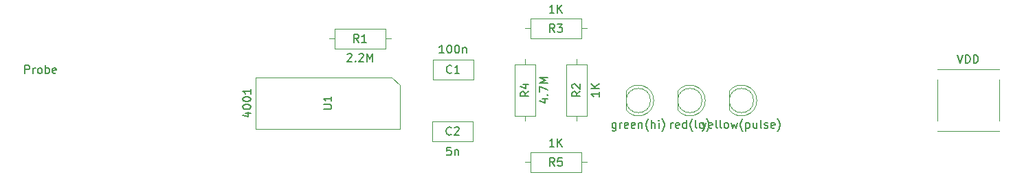
<source format=gbr>
%TF.GenerationSoftware,KiCad,Pcbnew,5.1.6-c6e7f7d~86~ubuntu18.04.1*%
%TF.CreationDate,2020-05-25T18:52:06+02:00*%
%TF.ProjectId,logical-probe-1,6c6f6769-6361-46c2-9d70-726f62652d31,1.0*%
%TF.SameCoordinates,PX3efb0c0PY9157080*%
%TF.FileFunction,Other,Fab,Top*%
%FSLAX46Y46*%
G04 Gerber Fmt 4.6, Leading zero omitted, Abs format (unit mm)*
G04 Created by KiCad (PCBNEW 5.1.6-c6e7f7d~86~ubuntu18.04.1) date 2020-05-25 18:52:06*
%MOMM*%
%LPD*%
G01*
G04 APERTURE LIST*
%ADD10C,0.100000*%
%ADD11C,0.120000*%
%ADD12C,0.150000*%
G04 APERTURE END LIST*
D10*
%TO.C,C1*%
X62210000Y15260000D02*
X62210000Y17760000D01*
X62210000Y17760000D02*
X57210000Y17760000D01*
X57210000Y17760000D02*
X57210000Y15260000D01*
X57210000Y15260000D02*
X62210000Y15260000D01*
%TO.C,C2*%
X57170000Y10140000D02*
X57170000Y7640000D01*
X57170000Y7640000D02*
X62170000Y7640000D01*
X62170000Y7640000D02*
X62170000Y10140000D01*
X62170000Y10140000D02*
X57170000Y10140000D01*
%TO.C,D1*%
X84050000Y12700000D02*
G75*
G03*
X84050000Y12700000I-1500000J0D01*
G01*
X81050000Y13866190D02*
X81050000Y11533810D01*
X81049445Y11534524D02*
G75*
G03*
X81050000Y13866190I1500555J1165476D01*
G01*
%TO.C,D2*%
X90400000Y12700000D02*
G75*
G03*
X90400000Y12700000I-1500000J0D01*
G01*
X87400000Y13866190D02*
X87400000Y11533810D01*
X87399445Y11534524D02*
G75*
G03*
X87400000Y13866190I1500555J1165476D01*
G01*
%TO.C,D3*%
X96750000Y12700000D02*
G75*
G03*
X96750000Y12700000I-1500000J0D01*
G01*
X93750000Y13866190D02*
X93750000Y11533810D01*
X93749445Y11534524D02*
G75*
G03*
X93750000Y13866190I1500555J1165476D01*
G01*
D11*
%TO.C,J1*%
X119380000Y16510000D02*
X127000000Y16510000D01*
X119380000Y8890000D02*
X127000000Y8890000D01*
X119380000Y15240000D02*
X119380000Y10160000D01*
X127000000Y15240000D02*
X127000000Y10160000D01*
D10*
%TO.C,R1*%
X45110000Y21570000D02*
X45110000Y19070000D01*
X45110000Y19070000D02*
X51410000Y19070000D01*
X51410000Y19070000D02*
X51410000Y21570000D01*
X51410000Y21570000D02*
X45110000Y21570000D01*
X44450000Y20320000D02*
X45110000Y20320000D01*
X52070000Y20320000D02*
X51410000Y20320000D01*
%TO.C,R2*%
X73680000Y10820000D02*
X76180000Y10820000D01*
X76180000Y10820000D02*
X76180000Y17120000D01*
X76180000Y17120000D02*
X73680000Y17120000D01*
X73680000Y17120000D02*
X73680000Y10820000D01*
X74930000Y10160000D02*
X74930000Y10820000D01*
X74930000Y17780000D02*
X74930000Y17120000D01*
%TO.C,R3*%
X75540000Y20340000D02*
X75540000Y22840000D01*
X75540000Y22840000D02*
X69240000Y22840000D01*
X69240000Y22840000D02*
X69240000Y20340000D01*
X69240000Y20340000D02*
X75540000Y20340000D01*
X76200000Y21590000D02*
X75540000Y21590000D01*
X68580000Y21590000D02*
X69240000Y21590000D01*
%TO.C,R4*%
X67330000Y10820000D02*
X69830000Y10820000D01*
X69830000Y10820000D02*
X69830000Y17120000D01*
X69830000Y17120000D02*
X67330000Y17120000D01*
X67330000Y17120000D02*
X67330000Y10820000D01*
X68580000Y10160000D02*
X68580000Y10820000D01*
X68580000Y17780000D02*
X68580000Y17120000D01*
%TO.C,R5*%
X75540000Y3830000D02*
X75540000Y6330000D01*
X75540000Y6330000D02*
X69240000Y6330000D01*
X69240000Y6330000D02*
X69240000Y3830000D01*
X69240000Y3830000D02*
X75540000Y3830000D01*
X76200000Y5080000D02*
X75540000Y5080000D01*
X68580000Y5080000D02*
X69240000Y5080000D01*
%TO.C,U1*%
X53195000Y14570000D02*
X53195000Y9220000D01*
X53195000Y9220000D02*
X35415000Y9220000D01*
X35415000Y9220000D02*
X35415000Y15570000D01*
X35415000Y15570000D02*
X52195000Y15570000D01*
X52195000Y15570000D02*
X53195000Y14570000D01*
%TD*%
%TO.C,J2*%
D12*
X6985238Y16057620D02*
X6985238Y17057620D01*
X7366190Y17057620D01*
X7461428Y17010000D01*
X7509047Y16962381D01*
X7556666Y16867143D01*
X7556666Y16724286D01*
X7509047Y16629048D01*
X7461428Y16581429D01*
X7366190Y16533810D01*
X6985238Y16533810D01*
X7985238Y16057620D02*
X7985238Y16724286D01*
X7985238Y16533810D02*
X8032857Y16629048D01*
X8080476Y16676667D01*
X8175714Y16724286D01*
X8270952Y16724286D01*
X8747142Y16057620D02*
X8651904Y16105239D01*
X8604285Y16152858D01*
X8556666Y16248096D01*
X8556666Y16533810D01*
X8604285Y16629048D01*
X8651904Y16676667D01*
X8747142Y16724286D01*
X8890000Y16724286D01*
X8985238Y16676667D01*
X9032857Y16629048D01*
X9080476Y16533810D01*
X9080476Y16248096D01*
X9032857Y16152858D01*
X8985238Y16105239D01*
X8890000Y16057620D01*
X8747142Y16057620D01*
X9509047Y16057620D02*
X9509047Y17057620D01*
X9509047Y16676667D02*
X9604285Y16724286D01*
X9794761Y16724286D01*
X9890000Y16676667D01*
X9937619Y16629048D01*
X9985238Y16533810D01*
X9985238Y16248096D01*
X9937619Y16152858D01*
X9890000Y16105239D01*
X9794761Y16057620D01*
X9604285Y16057620D01*
X9509047Y16105239D01*
X10794761Y16105239D02*
X10699523Y16057620D01*
X10509047Y16057620D01*
X10413809Y16105239D01*
X10366190Y16200477D01*
X10366190Y16581429D01*
X10413809Y16676667D01*
X10509047Y16724286D01*
X10699523Y16724286D01*
X10794761Y16676667D01*
X10842380Y16581429D01*
X10842380Y16486191D01*
X10366190Y16390953D01*
%TO.C,C1*%
X58590952Y18557620D02*
X58019523Y18557620D01*
X58305238Y18557620D02*
X58305238Y19557620D01*
X58210000Y19414762D01*
X58114761Y19319524D01*
X58019523Y19271905D01*
X59210000Y19557620D02*
X59305238Y19557620D01*
X59400476Y19510000D01*
X59448095Y19462381D01*
X59495714Y19367143D01*
X59543333Y19176667D01*
X59543333Y18938572D01*
X59495714Y18748096D01*
X59448095Y18652858D01*
X59400476Y18605239D01*
X59305238Y18557620D01*
X59210000Y18557620D01*
X59114761Y18605239D01*
X59067142Y18652858D01*
X59019523Y18748096D01*
X58971904Y18938572D01*
X58971904Y19176667D01*
X59019523Y19367143D01*
X59067142Y19462381D01*
X59114761Y19510000D01*
X59210000Y19557620D01*
X60162380Y19557620D02*
X60257619Y19557620D01*
X60352857Y19510000D01*
X60400476Y19462381D01*
X60448095Y19367143D01*
X60495714Y19176667D01*
X60495714Y18938572D01*
X60448095Y18748096D01*
X60400476Y18652858D01*
X60352857Y18605239D01*
X60257619Y18557620D01*
X60162380Y18557620D01*
X60067142Y18605239D01*
X60019523Y18652858D01*
X59971904Y18748096D01*
X59924285Y18938572D01*
X59924285Y19176667D01*
X59971904Y19367143D01*
X60019523Y19462381D01*
X60067142Y19510000D01*
X60162380Y19557620D01*
X60924285Y19224286D02*
X60924285Y18557620D01*
X60924285Y19129048D02*
X60971904Y19176667D01*
X61067142Y19224286D01*
X61210000Y19224286D01*
X61305238Y19176667D01*
X61352857Y19081429D01*
X61352857Y18557620D01*
X59543333Y16152858D02*
X59495714Y16105239D01*
X59352857Y16057620D01*
X59257619Y16057620D01*
X59114761Y16105239D01*
X59019523Y16200477D01*
X58971904Y16295715D01*
X58924285Y16486191D01*
X58924285Y16629048D01*
X58971904Y16819524D01*
X59019523Y16914762D01*
X59114761Y17010000D01*
X59257619Y17057620D01*
X59352857Y17057620D01*
X59495714Y17010000D01*
X59543333Y16962381D01*
X60495714Y16057620D02*
X59924285Y16057620D01*
X60210000Y16057620D02*
X60210000Y17057620D01*
X60114761Y16914762D01*
X60019523Y16819524D01*
X59924285Y16771905D01*
%TO.C,C2*%
X59455714Y6937620D02*
X58979523Y6937620D01*
X58931904Y6461429D01*
X58979523Y6509048D01*
X59074761Y6556667D01*
X59312857Y6556667D01*
X59408095Y6509048D01*
X59455714Y6461429D01*
X59503333Y6366191D01*
X59503333Y6128096D01*
X59455714Y6032858D01*
X59408095Y5985239D01*
X59312857Y5937620D01*
X59074761Y5937620D01*
X58979523Y5985239D01*
X58931904Y6032858D01*
X59931904Y6604286D02*
X59931904Y5937620D01*
X59931904Y6509048D02*
X59979523Y6556667D01*
X60074761Y6604286D01*
X60217619Y6604286D01*
X60312857Y6556667D01*
X60360476Y6461429D01*
X60360476Y5937620D01*
X59503333Y8532858D02*
X59455714Y8485239D01*
X59312857Y8437620D01*
X59217619Y8437620D01*
X59074761Y8485239D01*
X58979523Y8580477D01*
X58931904Y8675715D01*
X58884285Y8866191D01*
X58884285Y9009048D01*
X58931904Y9199524D01*
X58979523Y9294762D01*
X59074761Y9390000D01*
X59217619Y9437620D01*
X59312857Y9437620D01*
X59455714Y9390000D01*
X59503333Y9342381D01*
X59884285Y9342381D02*
X59931904Y9390000D01*
X60027142Y9437620D01*
X60265238Y9437620D01*
X60360476Y9390000D01*
X60408095Y9342381D01*
X60455714Y9247143D01*
X60455714Y9151905D01*
X60408095Y9009048D01*
X59836666Y8437620D01*
X60455714Y8437620D01*
%TO.C,D1*%
X79788095Y9954286D02*
X79788095Y9144762D01*
X79740476Y9049524D01*
X79692857Y9001905D01*
X79597619Y8954286D01*
X79454761Y8954286D01*
X79359523Y9001905D01*
X79788095Y9335239D02*
X79692857Y9287620D01*
X79502380Y9287620D01*
X79407142Y9335239D01*
X79359523Y9382858D01*
X79311904Y9478096D01*
X79311904Y9763810D01*
X79359523Y9859048D01*
X79407142Y9906667D01*
X79502380Y9954286D01*
X79692857Y9954286D01*
X79788095Y9906667D01*
X80264285Y9287620D02*
X80264285Y9954286D01*
X80264285Y9763810D02*
X80311904Y9859048D01*
X80359523Y9906667D01*
X80454761Y9954286D01*
X80550000Y9954286D01*
X81264285Y9335239D02*
X81169047Y9287620D01*
X80978571Y9287620D01*
X80883333Y9335239D01*
X80835714Y9430477D01*
X80835714Y9811429D01*
X80883333Y9906667D01*
X80978571Y9954286D01*
X81169047Y9954286D01*
X81264285Y9906667D01*
X81311904Y9811429D01*
X81311904Y9716191D01*
X80835714Y9620953D01*
X82121428Y9335239D02*
X82026190Y9287620D01*
X81835714Y9287620D01*
X81740476Y9335239D01*
X81692857Y9430477D01*
X81692857Y9811429D01*
X81740476Y9906667D01*
X81835714Y9954286D01*
X82026190Y9954286D01*
X82121428Y9906667D01*
X82169047Y9811429D01*
X82169047Y9716191D01*
X81692857Y9620953D01*
X82597619Y9954286D02*
X82597619Y9287620D01*
X82597619Y9859048D02*
X82645238Y9906667D01*
X82740476Y9954286D01*
X82883333Y9954286D01*
X82978571Y9906667D01*
X83026190Y9811429D01*
X83026190Y9287620D01*
X83788095Y8906667D02*
X83740476Y8954286D01*
X83645238Y9097143D01*
X83597619Y9192381D01*
X83550000Y9335239D01*
X83502380Y9573334D01*
X83502380Y9763810D01*
X83550000Y10001905D01*
X83597619Y10144762D01*
X83645238Y10240000D01*
X83740476Y10382858D01*
X83788095Y10430477D01*
X84169047Y9287620D02*
X84169047Y10287620D01*
X84597619Y9287620D02*
X84597619Y9811429D01*
X84550000Y9906667D01*
X84454761Y9954286D01*
X84311904Y9954286D01*
X84216666Y9906667D01*
X84169047Y9859048D01*
X85073809Y9287620D02*
X85073809Y9954286D01*
X85073809Y10287620D02*
X85026190Y10240000D01*
X85073809Y10192381D01*
X85121428Y10240000D01*
X85073809Y10287620D01*
X85073809Y10192381D01*
X85454761Y8906667D02*
X85502380Y8954286D01*
X85597619Y9097143D01*
X85645238Y9192381D01*
X85692857Y9335239D01*
X85740476Y9573334D01*
X85740476Y9763810D01*
X85692857Y10001905D01*
X85645238Y10144762D01*
X85597619Y10240000D01*
X85502380Y10382858D01*
X85454761Y10430477D01*
%TO.C,D2*%
X86566666Y9287620D02*
X86566666Y9954286D01*
X86566666Y9763810D02*
X86614285Y9859048D01*
X86661904Y9906667D01*
X86757142Y9954286D01*
X86852380Y9954286D01*
X87566666Y9335239D02*
X87471428Y9287620D01*
X87280952Y9287620D01*
X87185714Y9335239D01*
X87138095Y9430477D01*
X87138095Y9811429D01*
X87185714Y9906667D01*
X87280952Y9954286D01*
X87471428Y9954286D01*
X87566666Y9906667D01*
X87614285Y9811429D01*
X87614285Y9716191D01*
X87138095Y9620953D01*
X88471428Y9287620D02*
X88471428Y10287620D01*
X88471428Y9335239D02*
X88376190Y9287620D01*
X88185714Y9287620D01*
X88090476Y9335239D01*
X88042857Y9382858D01*
X87995238Y9478096D01*
X87995238Y9763810D01*
X88042857Y9859048D01*
X88090476Y9906667D01*
X88185714Y9954286D01*
X88376190Y9954286D01*
X88471428Y9906667D01*
X89233333Y8906667D02*
X89185714Y8954286D01*
X89090476Y9097143D01*
X89042857Y9192381D01*
X88995238Y9335239D01*
X88947619Y9573334D01*
X88947619Y9763810D01*
X88995238Y10001905D01*
X89042857Y10144762D01*
X89090476Y10240000D01*
X89185714Y10382858D01*
X89233333Y10430477D01*
X89757142Y9287620D02*
X89661904Y9335239D01*
X89614285Y9430477D01*
X89614285Y10287620D01*
X90280952Y9287620D02*
X90185714Y9335239D01*
X90138095Y9382858D01*
X90090476Y9478096D01*
X90090476Y9763810D01*
X90138095Y9859048D01*
X90185714Y9906667D01*
X90280952Y9954286D01*
X90423809Y9954286D01*
X90519047Y9906667D01*
X90566666Y9859048D01*
X90614285Y9763810D01*
X90614285Y9478096D01*
X90566666Y9382858D01*
X90519047Y9335239D01*
X90423809Y9287620D01*
X90280952Y9287620D01*
X90947619Y8906667D02*
X90995238Y8954286D01*
X91090476Y9097143D01*
X91138095Y9192381D01*
X91185714Y9335239D01*
X91233333Y9573334D01*
X91233333Y9763810D01*
X91185714Y10001905D01*
X91138095Y10144762D01*
X91090476Y10240000D01*
X90995238Y10382858D01*
X90947619Y10430477D01*
%TO.C,D3*%
X90416666Y9954286D02*
X90654761Y9287620D01*
X90892857Y9954286D02*
X90654761Y9287620D01*
X90559523Y9049524D01*
X90511904Y9001905D01*
X90416666Y8954286D01*
X91654761Y9335239D02*
X91559523Y9287620D01*
X91369047Y9287620D01*
X91273809Y9335239D01*
X91226190Y9430477D01*
X91226190Y9811429D01*
X91273809Y9906667D01*
X91369047Y9954286D01*
X91559523Y9954286D01*
X91654761Y9906667D01*
X91702380Y9811429D01*
X91702380Y9716191D01*
X91226190Y9620953D01*
X92273809Y9287620D02*
X92178571Y9335239D01*
X92130952Y9430477D01*
X92130952Y10287620D01*
X92797619Y9287620D02*
X92702380Y9335239D01*
X92654761Y9430477D01*
X92654761Y10287620D01*
X93321428Y9287620D02*
X93226190Y9335239D01*
X93178571Y9382858D01*
X93130952Y9478096D01*
X93130952Y9763810D01*
X93178571Y9859048D01*
X93226190Y9906667D01*
X93321428Y9954286D01*
X93464285Y9954286D01*
X93559523Y9906667D01*
X93607142Y9859048D01*
X93654761Y9763810D01*
X93654761Y9478096D01*
X93607142Y9382858D01*
X93559523Y9335239D01*
X93464285Y9287620D01*
X93321428Y9287620D01*
X93988095Y9954286D02*
X94178571Y9287620D01*
X94369047Y9763810D01*
X94559523Y9287620D01*
X94750000Y9954286D01*
X95416666Y8906667D02*
X95369047Y8954286D01*
X95273809Y9097143D01*
X95226190Y9192381D01*
X95178571Y9335239D01*
X95130952Y9573334D01*
X95130952Y9763810D01*
X95178571Y10001905D01*
X95226190Y10144762D01*
X95273809Y10240000D01*
X95369047Y10382858D01*
X95416666Y10430477D01*
X95797619Y9954286D02*
X95797619Y8954286D01*
X95797619Y9906667D02*
X95892857Y9954286D01*
X96083333Y9954286D01*
X96178571Y9906667D01*
X96226190Y9859048D01*
X96273809Y9763810D01*
X96273809Y9478096D01*
X96226190Y9382858D01*
X96178571Y9335239D01*
X96083333Y9287620D01*
X95892857Y9287620D01*
X95797619Y9335239D01*
X97130952Y9954286D02*
X97130952Y9287620D01*
X96702380Y9954286D02*
X96702380Y9430477D01*
X96750000Y9335239D01*
X96845238Y9287620D01*
X96988095Y9287620D01*
X97083333Y9335239D01*
X97130952Y9382858D01*
X97750000Y9287620D02*
X97654761Y9335239D01*
X97607142Y9430477D01*
X97607142Y10287620D01*
X98083333Y9335239D02*
X98178571Y9287620D01*
X98369047Y9287620D01*
X98464285Y9335239D01*
X98511904Y9430477D01*
X98511904Y9478096D01*
X98464285Y9573334D01*
X98369047Y9620953D01*
X98226190Y9620953D01*
X98130952Y9668572D01*
X98083333Y9763810D01*
X98083333Y9811429D01*
X98130952Y9906667D01*
X98226190Y9954286D01*
X98369047Y9954286D01*
X98464285Y9906667D01*
X99321428Y9335239D02*
X99226190Y9287620D01*
X99035714Y9287620D01*
X98940476Y9335239D01*
X98892857Y9430477D01*
X98892857Y9811429D01*
X98940476Y9906667D01*
X99035714Y9954286D01*
X99226190Y9954286D01*
X99321428Y9906667D01*
X99369047Y9811429D01*
X99369047Y9716191D01*
X98892857Y9620953D01*
X99702380Y8906667D02*
X99750000Y8954286D01*
X99845238Y9097143D01*
X99892857Y9192381D01*
X99940476Y9335239D01*
X99988095Y9573334D01*
X99988095Y9763810D01*
X99940476Y10001905D01*
X99892857Y10144762D01*
X99845238Y10240000D01*
X99750000Y10382858D01*
X99702380Y10430477D01*
%TO.C,J1*%
X121856666Y18327620D02*
X122190000Y17327620D01*
X122523333Y18327620D01*
X122856666Y17327620D02*
X122856666Y18327620D01*
X123094761Y18327620D01*
X123237619Y18280000D01*
X123332857Y18184762D01*
X123380476Y18089524D01*
X123428095Y17899048D01*
X123428095Y17756191D01*
X123380476Y17565715D01*
X123332857Y17470477D01*
X123237619Y17375239D01*
X123094761Y17327620D01*
X122856666Y17327620D01*
X123856666Y17327620D02*
X123856666Y18327620D01*
X124094761Y18327620D01*
X124237619Y18280000D01*
X124332857Y18184762D01*
X124380476Y18089524D01*
X124428095Y17899048D01*
X124428095Y17756191D01*
X124380476Y17565715D01*
X124332857Y17470477D01*
X124237619Y17375239D01*
X124094761Y17327620D01*
X123856666Y17327620D01*
%TO.C,R1*%
X46688571Y18402381D02*
X46736190Y18450000D01*
X46831428Y18497620D01*
X47069523Y18497620D01*
X47164761Y18450000D01*
X47212380Y18402381D01*
X47260000Y18307143D01*
X47260000Y18211905D01*
X47212380Y18069048D01*
X46640952Y17497620D01*
X47260000Y17497620D01*
X47688571Y17592858D02*
X47736190Y17545239D01*
X47688571Y17497620D01*
X47640952Y17545239D01*
X47688571Y17592858D01*
X47688571Y17497620D01*
X48117142Y18402381D02*
X48164761Y18450000D01*
X48260000Y18497620D01*
X48498095Y18497620D01*
X48593333Y18450000D01*
X48640952Y18402381D01*
X48688571Y18307143D01*
X48688571Y18211905D01*
X48640952Y18069048D01*
X48069523Y17497620D01*
X48688571Y17497620D01*
X49117142Y17497620D02*
X49117142Y18497620D01*
X49450476Y17783334D01*
X49783809Y18497620D01*
X49783809Y17497620D01*
X48093333Y19867620D02*
X47760000Y20343810D01*
X47521904Y19867620D02*
X47521904Y20867620D01*
X47902857Y20867620D01*
X47998095Y20820000D01*
X48045714Y20772381D01*
X48093333Y20677143D01*
X48093333Y20534286D01*
X48045714Y20439048D01*
X47998095Y20391429D01*
X47902857Y20343810D01*
X47521904Y20343810D01*
X49045714Y19867620D02*
X48474285Y19867620D01*
X48760000Y19867620D02*
X48760000Y20867620D01*
X48664761Y20724762D01*
X48569523Y20629524D01*
X48474285Y20581905D01*
%TO.C,R2*%
X77752380Y13755715D02*
X77752380Y13184286D01*
X77752380Y13470000D02*
X76752380Y13470000D01*
X76895238Y13374762D01*
X76990476Y13279524D01*
X77038095Y13184286D01*
X77752380Y14184286D02*
X76752380Y14184286D01*
X77752380Y14755715D02*
X77180952Y14327143D01*
X76752380Y14755715D02*
X77323809Y14184286D01*
X75382380Y13803334D02*
X74906190Y13470000D01*
X75382380Y13231905D02*
X74382380Y13231905D01*
X74382380Y13612858D01*
X74430000Y13708096D01*
X74477619Y13755715D01*
X74572857Y13803334D01*
X74715714Y13803334D01*
X74810952Y13755715D01*
X74858571Y13708096D01*
X74906190Y13612858D01*
X74906190Y13231905D01*
X74477619Y14184286D02*
X74430000Y14231905D01*
X74382380Y14327143D01*
X74382380Y14565239D01*
X74430000Y14660477D01*
X74477619Y14708096D01*
X74572857Y14755715D01*
X74668095Y14755715D01*
X74810952Y14708096D01*
X75382380Y14136667D01*
X75382380Y14755715D01*
%TO.C,R3*%
X72175714Y23507620D02*
X71604285Y23507620D01*
X71890000Y23507620D02*
X71890000Y24507620D01*
X71794761Y24364762D01*
X71699523Y24269524D01*
X71604285Y24221905D01*
X72604285Y23507620D02*
X72604285Y24507620D01*
X73175714Y23507620D02*
X72747142Y24079048D01*
X73175714Y24507620D02*
X72604285Y23936191D01*
X72223333Y21137620D02*
X71890000Y21613810D01*
X71651904Y21137620D02*
X71651904Y22137620D01*
X72032857Y22137620D01*
X72128095Y22090000D01*
X72175714Y22042381D01*
X72223333Y21947143D01*
X72223333Y21804286D01*
X72175714Y21709048D01*
X72128095Y21661429D01*
X72032857Y21613810D01*
X71651904Y21613810D01*
X72556666Y22137620D02*
X73175714Y22137620D01*
X72842380Y21756667D01*
X72985238Y21756667D01*
X73080476Y21709048D01*
X73128095Y21661429D01*
X73175714Y21566191D01*
X73175714Y21328096D01*
X73128095Y21232858D01*
X73080476Y21185239D01*
X72985238Y21137620D01*
X72699523Y21137620D01*
X72604285Y21185239D01*
X72556666Y21232858D01*
%TO.C,R4*%
X70735714Y12874762D02*
X71402380Y12874762D01*
X70354761Y12636667D02*
X71069047Y12398572D01*
X71069047Y13017620D01*
X71307142Y13398572D02*
X71354761Y13446191D01*
X71402380Y13398572D01*
X71354761Y13350953D01*
X71307142Y13398572D01*
X71402380Y13398572D01*
X70402380Y13779524D02*
X70402380Y14446191D01*
X71402380Y14017620D01*
X71402380Y14827143D02*
X70402380Y14827143D01*
X71116666Y15160477D01*
X70402380Y15493810D01*
X71402380Y15493810D01*
X69032380Y13803334D02*
X68556190Y13470000D01*
X69032380Y13231905D02*
X68032380Y13231905D01*
X68032380Y13612858D01*
X68080000Y13708096D01*
X68127619Y13755715D01*
X68222857Y13803334D01*
X68365714Y13803334D01*
X68460952Y13755715D01*
X68508571Y13708096D01*
X68556190Y13612858D01*
X68556190Y13231905D01*
X68365714Y14660477D02*
X69032380Y14660477D01*
X67984761Y14422381D02*
X68699047Y14184286D01*
X68699047Y14803334D01*
%TO.C,R5*%
X72175714Y6997620D02*
X71604285Y6997620D01*
X71890000Y6997620D02*
X71890000Y7997620D01*
X71794761Y7854762D01*
X71699523Y7759524D01*
X71604285Y7711905D01*
X72604285Y6997620D02*
X72604285Y7997620D01*
X73175714Y6997620D02*
X72747142Y7569048D01*
X73175714Y7997620D02*
X72604285Y7426191D01*
X72223333Y4627620D02*
X71890000Y5103810D01*
X71651904Y4627620D02*
X71651904Y5627620D01*
X72032857Y5627620D01*
X72128095Y5580000D01*
X72175714Y5532381D01*
X72223333Y5437143D01*
X72223333Y5294286D01*
X72175714Y5199048D01*
X72128095Y5151429D01*
X72032857Y5103810D01*
X71651904Y5103810D01*
X73128095Y5627620D02*
X72651904Y5627620D01*
X72604285Y5151429D01*
X72651904Y5199048D01*
X72747142Y5246667D01*
X72985238Y5246667D01*
X73080476Y5199048D01*
X73128095Y5151429D01*
X73175714Y5056191D01*
X73175714Y4818096D01*
X73128095Y4722858D01*
X73080476Y4675239D01*
X72985238Y4627620D01*
X72747142Y4627620D01*
X72651904Y4675239D01*
X72604285Y4722858D01*
%TO.C,U1*%
X34140714Y11156905D02*
X34807380Y11156905D01*
X33759761Y10918810D02*
X34474047Y10680715D01*
X34474047Y11299762D01*
X33807380Y11871191D02*
X33807380Y11966429D01*
X33855000Y12061667D01*
X33902619Y12109286D01*
X33997857Y12156905D01*
X34188333Y12204524D01*
X34426428Y12204524D01*
X34616904Y12156905D01*
X34712142Y12109286D01*
X34759761Y12061667D01*
X34807380Y11966429D01*
X34807380Y11871191D01*
X34759761Y11775953D01*
X34712142Y11728334D01*
X34616904Y11680715D01*
X34426428Y11633096D01*
X34188333Y11633096D01*
X33997857Y11680715D01*
X33902619Y11728334D01*
X33855000Y11775953D01*
X33807380Y11871191D01*
X33807380Y12823572D02*
X33807380Y12918810D01*
X33855000Y13014048D01*
X33902619Y13061667D01*
X33997857Y13109286D01*
X34188333Y13156905D01*
X34426428Y13156905D01*
X34616904Y13109286D01*
X34712142Y13061667D01*
X34759761Y13014048D01*
X34807380Y12918810D01*
X34807380Y12823572D01*
X34759761Y12728334D01*
X34712142Y12680715D01*
X34616904Y12633096D01*
X34426428Y12585477D01*
X34188333Y12585477D01*
X33997857Y12633096D01*
X33902619Y12680715D01*
X33855000Y12728334D01*
X33807380Y12823572D01*
X34807380Y14109286D02*
X34807380Y13537858D01*
X34807380Y13823572D02*
X33807380Y13823572D01*
X33950238Y13728334D01*
X34045476Y13633096D01*
X34093095Y13537858D01*
X43757380Y11633096D02*
X44566904Y11633096D01*
X44662142Y11680715D01*
X44709761Y11728334D01*
X44757380Y11823572D01*
X44757380Y12014048D01*
X44709761Y12109286D01*
X44662142Y12156905D01*
X44566904Y12204524D01*
X43757380Y12204524D01*
X44757380Y13204524D02*
X44757380Y12633096D01*
X44757380Y12918810D02*
X43757380Y12918810D01*
X43900238Y12823572D01*
X43995476Y12728334D01*
X44043095Y12633096D01*
%TD*%
M02*

</source>
